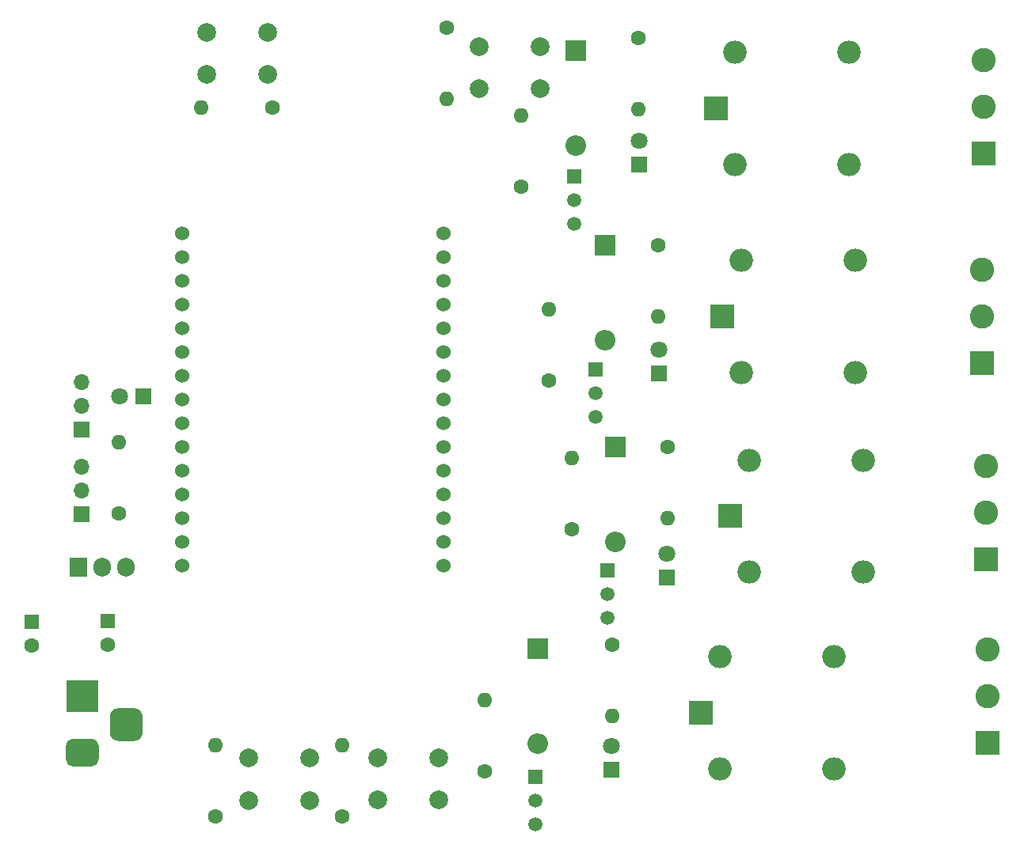
<source format=gbr>
%TF.GenerationSoftware,KiCad,Pcbnew,(5.1.12)-1*%
%TF.CreationDate,2022-02-17T13:15:52+05:30*%
%TF.ProjectId,homeAutomation,686f6d65-4175-4746-9f6d-6174696f6e2e,rev?*%
%TF.SameCoordinates,Original*%
%TF.FileFunction,Soldermask,Top*%
%TF.FilePolarity,Negative*%
%FSLAX46Y46*%
G04 Gerber Fmt 4.6, Leading zero omitted, Abs format (unit mm)*
G04 Created by KiCad (PCBNEW (5.1.12)-1) date 2022-02-17 13:15:52*
%MOMM*%
%LPD*%
G01*
G04 APERTURE LIST*
%ADD10C,2.000000*%
%ADD11O,1.600000X1.600000*%
%ADD12C,1.600000*%
%ADD13C,1.524000*%
%ADD14R,1.500000X1.500000*%
%ADD15C,1.500000*%
%ADD16O,1.905000X2.000000*%
%ADD17R,1.905000X2.000000*%
%ADD18O,1.700000X1.700000*%
%ADD19R,1.700000X1.700000*%
%ADD20C,2.600000*%
%ADD21R,2.600000X2.600000*%
%ADD22R,3.500000X3.500000*%
%ADD23C,1.800000*%
%ADD24R,1.800000X1.800000*%
%ADD25R,1.600000X1.600000*%
%ADD26O,2.500000X2.500000*%
%ADD27R,2.500000X2.500000*%
%ADD28O,2.200000X2.200000*%
%ADD29R,2.200000X2.200000*%
G04 APERTURE END LIST*
D10*
%TO.C,SW2*%
X47932200Y-25311100D03*
X47932200Y-20811100D03*
X54432200Y-25311100D03*
X54432200Y-20811100D03*
%TD*%
D11*
%TO.C,R4*%
X73558400Y-27901900D03*
D12*
X73558400Y-20281900D03*
%TD*%
D13*
%TO.C,U1*%
X73228200Y-42354500D03*
X73228200Y-44894500D03*
X73228200Y-47434500D03*
X73228200Y-49974500D03*
X73228200Y-52514500D03*
X73228200Y-55054500D03*
X73228200Y-57594500D03*
X73228200Y-60134500D03*
X73228200Y-62674500D03*
X73228200Y-65214500D03*
X73228200Y-67754500D03*
X73228200Y-70294500D03*
X73228200Y-72834500D03*
X73228200Y-75374500D03*
X73228200Y-77914500D03*
X45288200Y-77914500D03*
X45288200Y-75374500D03*
X45288200Y-72834500D03*
X45288200Y-70294500D03*
X45288200Y-67754500D03*
X45288200Y-65214500D03*
X45288200Y-62674500D03*
X45288200Y-60134500D03*
X45288200Y-57594500D03*
X45288200Y-55054500D03*
X45288200Y-52514500D03*
X45288200Y-49974500D03*
X45288200Y-47434500D03*
X45288200Y-44894500D03*
X45288200Y-42354500D03*
%TD*%
D10*
%TO.C,SW1*%
X77015200Y-26835100D03*
X77015200Y-22335100D03*
X83515200Y-26835100D03*
X83515200Y-22335100D03*
%TD*%
D14*
%TO.C,Q4*%
X89509600Y-56883300D03*
D15*
X89509600Y-61963300D03*
X89509600Y-59423300D03*
%TD*%
D14*
%TO.C,Q3*%
X87147400Y-36233100D03*
D15*
X87147400Y-41313100D03*
X87147400Y-38773100D03*
%TD*%
D14*
%TO.C,Q2*%
X90754200Y-78422500D03*
D15*
X90754200Y-83502500D03*
X90754200Y-80962500D03*
%TD*%
D14*
%TO.C,Q1*%
X83058000Y-100520500D03*
D15*
X83058000Y-105600500D03*
X83058000Y-103060500D03*
%TD*%
D16*
%TO.C,U2*%
X39293800Y-78041500D03*
X36753800Y-78041500D03*
D17*
X34213800Y-78041500D03*
%TD*%
D10*
%TO.C,SW4*%
X72669400Y-98412300D03*
X72669400Y-102912300D03*
X66169400Y-98412300D03*
X66169400Y-102912300D03*
%TD*%
%TO.C,SW3*%
X58928000Y-98484300D03*
X58928000Y-102984300D03*
X52428000Y-98484300D03*
X52428000Y-102984300D03*
%TD*%
D11*
%TO.C,R14*%
X96189800Y-51168300D03*
D12*
X96189800Y-43548300D03*
%TD*%
D11*
%TO.C,R13*%
X94081600Y-29019500D03*
D12*
X94081600Y-21399500D03*
%TD*%
D11*
%TO.C,R12*%
X97155000Y-72758300D03*
D12*
X97155000Y-65138300D03*
%TD*%
D11*
%TO.C,R11*%
X84455000Y-50482500D03*
D12*
X84455000Y-58102500D03*
%TD*%
D11*
%TO.C,R10*%
X81508600Y-29679900D03*
D12*
X81508600Y-37299900D03*
%TD*%
D11*
%TO.C,R9*%
X86918800Y-66382900D03*
D12*
X86918800Y-74002900D03*
%TD*%
D11*
%TO.C,R8*%
X62357000Y-97091500D03*
D12*
X62357000Y-104711500D03*
%TD*%
D11*
%TO.C,R7*%
X47345600Y-28816300D03*
D12*
X54965600Y-28816300D03*
%TD*%
D11*
%TO.C,R6*%
X91236800Y-93992700D03*
D12*
X91236800Y-86372700D03*
%TD*%
D11*
%TO.C,R5*%
X48869600Y-97091500D03*
D12*
X48869600Y-104711500D03*
%TD*%
D11*
%TO.C,R3*%
X77597000Y-92290900D03*
D12*
X77597000Y-99910900D03*
%TD*%
D11*
%TO.C,R1*%
X38531800Y-64630300D03*
D12*
X38531800Y-72250300D03*
%TD*%
D18*
%TO.C,J10*%
X34493200Y-58229500D03*
X34493200Y-60769500D03*
D19*
X34493200Y-63309500D03*
%TD*%
D18*
%TO.C,J9*%
X34493200Y-67322700D03*
X34493200Y-69862700D03*
D19*
X34493200Y-72402700D03*
%TD*%
D20*
%TO.C,J8*%
X130810000Y-46222900D03*
X130810000Y-51222900D03*
D21*
X130810000Y-56222900D03*
%TD*%
D20*
%TO.C,J7*%
X130962400Y-23794700D03*
X130962400Y-28794700D03*
D21*
X130962400Y-33794700D03*
%TD*%
D20*
%TO.C,J6*%
X131241800Y-67228700D03*
X131241800Y-72228700D03*
D21*
X131241800Y-77228700D03*
%TD*%
D20*
%TO.C,J5*%
X131368800Y-86837500D03*
X131368800Y-91837500D03*
D21*
X131368800Y-96837500D03*
%TD*%
%TO.C,J2*%
G36*
G01*
X40169800Y-96634500D02*
X38419800Y-96634500D01*
G75*
G02*
X37544800Y-95759500I0J875000D01*
G01*
X37544800Y-94009500D01*
G75*
G02*
X38419800Y-93134500I875000J0D01*
G01*
X40169800Y-93134500D01*
G75*
G02*
X41044800Y-94009500I0J-875000D01*
G01*
X41044800Y-95759500D01*
G75*
G02*
X40169800Y-96634500I-875000J0D01*
G01*
G37*
G36*
G01*
X35594800Y-99384500D02*
X33594800Y-99384500D01*
G75*
G02*
X32844800Y-98634500I0J750000D01*
G01*
X32844800Y-97134500D01*
G75*
G02*
X33594800Y-96384500I750000J0D01*
G01*
X35594800Y-96384500D01*
G75*
G02*
X36344800Y-97134500I0J-750000D01*
G01*
X36344800Y-98634500D01*
G75*
G02*
X35594800Y-99384500I-750000J0D01*
G01*
G37*
D22*
X34594800Y-91884500D03*
%TD*%
D23*
%TO.C,D9*%
X96240600Y-54749700D03*
D24*
X96240600Y-57289700D03*
%TD*%
D23*
%TO.C,D8*%
X94107000Y-32423100D03*
D24*
X94107000Y-34963100D03*
%TD*%
D23*
%TO.C,D7*%
X97078800Y-76593700D03*
D24*
X97078800Y-79133700D03*
%TD*%
D23*
%TO.C,D3*%
X91186000Y-97167700D03*
D24*
X91186000Y-99707700D03*
%TD*%
D23*
%TO.C,D1*%
X38582600Y-59753500D03*
D24*
X41122600Y-59753500D03*
%TD*%
D12*
%TO.C,C2*%
X37312600Y-86307300D03*
D25*
X37312600Y-83807300D03*
%TD*%
D12*
%TO.C,C1*%
X29210000Y-86408900D03*
D25*
X29210000Y-83908900D03*
%TD*%
D26*
%TO.C,K4*%
X105022400Y-45193700D03*
X117222400Y-45193700D03*
X117222400Y-57193700D03*
X105022400Y-57193700D03*
D27*
X103022400Y-51193700D03*
%TD*%
D26*
%TO.C,K3*%
X104336600Y-22917900D03*
X116536600Y-22917900D03*
X116536600Y-34917900D03*
X104336600Y-34917900D03*
D27*
X102336600Y-28917900D03*
%TD*%
D26*
%TO.C,K2*%
X105886000Y-66580500D03*
X118086000Y-66580500D03*
X118086000Y-78580500D03*
X105886000Y-78580500D03*
D27*
X103886000Y-72580500D03*
%TD*%
D26*
%TO.C,K1*%
X102761800Y-87637100D03*
X114961800Y-87637100D03*
X114961800Y-99637100D03*
X102761800Y-99637100D03*
D27*
X100761800Y-93637100D03*
%TD*%
D28*
%TO.C,D6*%
X90449400Y-53708300D03*
D29*
X90449400Y-43548300D03*
%TD*%
D28*
%TO.C,D5*%
X87376000Y-32931100D03*
D29*
X87376000Y-22771100D03*
%TD*%
D28*
%TO.C,D4*%
X91617800Y-75323700D03*
D29*
X91617800Y-65163700D03*
%TD*%
D28*
%TO.C,D2*%
X83261200Y-96939100D03*
D29*
X83261200Y-86779100D03*
%TD*%
M02*

</source>
